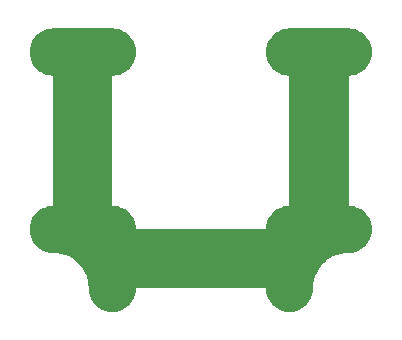
<source format=gbr>
%TF.GenerationSoftware,KiCad,Pcbnew,6.0.1-79c1e3a40b~116~ubuntu20.04.1*%
%TF.CreationDate,2022-01-30T13:40:48+01:00*%
%TF.ProjectId,pcb-connector-x3,7063622d-636f-46e6-9e65-63746f722d78,rev?*%
%TF.SameCoordinates,Original*%
%TF.FileFunction,Soldermask,Top*%
%TF.FilePolarity,Negative*%
%FSLAX46Y46*%
G04 Gerber Fmt 4.6, Leading zero omitted, Abs format (unit mm)*
G04 Created by KiCad (PCBNEW 6.0.1-79c1e3a40b~116~ubuntu20.04.1) date 2022-01-30 13:40:48*
%MOMM*%
%LPD*%
G01*
G04 APERTURE LIST*
%ADD10C,3.400000*%
G04 APERTURE END LIST*
%TO.C,J6*%
G36*
X145000000Y-95500000D02*
G01*
X142000000Y-95500000D01*
X142000000Y-89500000D01*
X145000000Y-89500000D01*
X145000000Y-95500000D01*
G37*
%TO.C,J5*%
G36*
X125000000Y-95500000D02*
G01*
X122000000Y-95500000D01*
X122000000Y-89500000D01*
X125000000Y-89500000D01*
X125000000Y-95500000D01*
G37*
%TO.C,J4*%
G36*
X135500000Y-105000000D02*
G01*
X129500000Y-105000000D01*
X129500000Y-102000000D01*
X135500000Y-102000000D01*
X135500000Y-105000000D01*
G37*
%TO.C,J3*%
G36*
X143000000Y-95500000D02*
G01*
X140000000Y-95500000D01*
X140000000Y-89500000D01*
X143000000Y-89500000D01*
X143000000Y-95500000D01*
G37*
%TO.C,J2*%
G36*
X123000000Y-95500000D02*
G01*
X120000000Y-95500000D01*
X120000000Y-89500000D01*
X123000000Y-89500000D01*
X123000000Y-95500000D01*
G37*
%TO.C,J1*%
G36*
X135500000Y-103000000D02*
G01*
X129500000Y-103000000D01*
X129500000Y-100000000D01*
X135500000Y-100000000D01*
X135500000Y-103000000D01*
G37*
%TD*%
D10*
%TO.C,H10*%
X140000000Y-85000000D03*
%TD*%
%TO.C,H9*%
X125000000Y-105000000D03*
%TD*%
%TO.C,H8*%
X120000000Y-85000000D03*
%TD*%
%TO.C,H7*%
X125000000Y-100000000D03*
%TD*%
%TO.C,H6*%
X145000000Y-100000000D03*
%TD*%
%TO.C,H5*%
X120000000Y-100000000D03*
%TD*%
%TO.C,H4*%
X140000000Y-105000000D03*
%TD*%
%TO.C,H3*%
X145000000Y-85000000D03*
%TD*%
%TO.C,H2*%
X125000000Y-85000000D03*
%TD*%
%TO.C,H1*%
X140000000Y-100000000D03*
%TD*%
G36*
X125004487Y-83000321D02*
G01*
X125275645Y-83019714D01*
X125293440Y-83022273D01*
X125554654Y-83079097D01*
X125571903Y-83084161D01*
X125822386Y-83177586D01*
X125838740Y-83185055D01*
X126073375Y-83313176D01*
X126088498Y-83322895D01*
X126302510Y-83483103D01*
X126316096Y-83494876D01*
X126505124Y-83683904D01*
X126516897Y-83697490D01*
X126677105Y-83911502D01*
X126686824Y-83926625D01*
X126814945Y-84161260D01*
X126822414Y-84177614D01*
X126915839Y-84428097D01*
X126920903Y-84445346D01*
X126977727Y-84706560D01*
X126980286Y-84724355D01*
X126999357Y-84991012D01*
X126999357Y-85008988D01*
X126980286Y-85275645D01*
X126977727Y-85293440D01*
X126920903Y-85554654D01*
X126915839Y-85571903D01*
X126822414Y-85822386D01*
X126814945Y-85838740D01*
X126686824Y-86073375D01*
X126677105Y-86088498D01*
X126516897Y-86302510D01*
X126505124Y-86316096D01*
X126316096Y-86505124D01*
X126302510Y-86516897D01*
X126088498Y-86677105D01*
X126073375Y-86686824D01*
X125838740Y-86814945D01*
X125822386Y-86822414D01*
X125571903Y-86915839D01*
X125554654Y-86920903D01*
X125293440Y-86977727D01*
X125275645Y-86980286D01*
X125018068Y-86998708D01*
X125003187Y-87004258D01*
X125000656Y-87007640D01*
X125000000Y-87011274D01*
X125000000Y-97981885D01*
X125004475Y-97997124D01*
X125007669Y-97999892D01*
X125011245Y-98000804D01*
X125275645Y-98019714D01*
X125293440Y-98022273D01*
X125554654Y-98079097D01*
X125571903Y-98084161D01*
X125822386Y-98177586D01*
X125838740Y-98185055D01*
X126073375Y-98313176D01*
X126088498Y-98322895D01*
X126302510Y-98483103D01*
X126316096Y-98494876D01*
X126505124Y-98683904D01*
X126516897Y-98697490D01*
X126677105Y-98911502D01*
X126686824Y-98926625D01*
X126814945Y-99161260D01*
X126822414Y-99177614D01*
X126915839Y-99428097D01*
X126920903Y-99445346D01*
X126977727Y-99706560D01*
X126980286Y-99724355D01*
X126998708Y-99981932D01*
X127004258Y-99996813D01*
X127007640Y-99999344D01*
X127011274Y-100000000D01*
X137981885Y-100000000D01*
X137997124Y-99995525D01*
X137999892Y-99992331D01*
X138000804Y-99988755D01*
X138019714Y-99724355D01*
X138022273Y-99706560D01*
X138079097Y-99445346D01*
X138084161Y-99428097D01*
X138177586Y-99177614D01*
X138185055Y-99161260D01*
X138313176Y-98926625D01*
X138322895Y-98911502D01*
X138483103Y-98697490D01*
X138494876Y-98683904D01*
X138683904Y-98494876D01*
X138697490Y-98483103D01*
X138911502Y-98322895D01*
X138926625Y-98313176D01*
X139161260Y-98185055D01*
X139177614Y-98177586D01*
X139428097Y-98084161D01*
X139445346Y-98079097D01*
X139706560Y-98022273D01*
X139724355Y-98019714D01*
X139981932Y-98001292D01*
X139996813Y-97995742D01*
X139999344Y-97992360D01*
X140000000Y-97988726D01*
X140000000Y-87018115D01*
X139995525Y-87002876D01*
X139992331Y-87000108D01*
X139988755Y-86999196D01*
X139724355Y-86980286D01*
X139706560Y-86977727D01*
X139445346Y-86920903D01*
X139428097Y-86915839D01*
X139177614Y-86822414D01*
X139161260Y-86814945D01*
X138926625Y-86686824D01*
X138911502Y-86677105D01*
X138697490Y-86516897D01*
X138683904Y-86505124D01*
X138494876Y-86316096D01*
X138483103Y-86302510D01*
X138322895Y-86088498D01*
X138313176Y-86073375D01*
X138185055Y-85838740D01*
X138177586Y-85822386D01*
X138084161Y-85571903D01*
X138079097Y-85554654D01*
X138022273Y-85293440D01*
X138019714Y-85275645D01*
X138000643Y-85008988D01*
X138000643Y-84991012D01*
X138019714Y-84724355D01*
X138022273Y-84706560D01*
X138079097Y-84445346D01*
X138084161Y-84428097D01*
X138177586Y-84177614D01*
X138185055Y-84161260D01*
X138313176Y-83926625D01*
X138322895Y-83911502D01*
X138483103Y-83697490D01*
X138494876Y-83683904D01*
X138683904Y-83494876D01*
X138697490Y-83483103D01*
X138911502Y-83322895D01*
X138926625Y-83313176D01*
X139161260Y-83185055D01*
X139177614Y-83177586D01*
X139428097Y-83084161D01*
X139445346Y-83079097D01*
X139706560Y-83022273D01*
X139724355Y-83019714D01*
X139995513Y-83000321D01*
X140004501Y-83000000D01*
X144995499Y-83000000D01*
X145004487Y-83000321D01*
X145275645Y-83019714D01*
X145293440Y-83022273D01*
X145554654Y-83079097D01*
X145571903Y-83084161D01*
X145822386Y-83177586D01*
X145838740Y-83185055D01*
X146073375Y-83313176D01*
X146088498Y-83322895D01*
X146302510Y-83483103D01*
X146316096Y-83494876D01*
X146505124Y-83683904D01*
X146516897Y-83697490D01*
X146677105Y-83911502D01*
X146686824Y-83926625D01*
X146814945Y-84161260D01*
X146822414Y-84177614D01*
X146915839Y-84428097D01*
X146920903Y-84445346D01*
X146977727Y-84706560D01*
X146980286Y-84724355D01*
X146999357Y-84991012D01*
X146999357Y-85008988D01*
X146980286Y-85275645D01*
X146977727Y-85293440D01*
X146920903Y-85554654D01*
X146915839Y-85571903D01*
X146822414Y-85822386D01*
X146814945Y-85838740D01*
X146686824Y-86073375D01*
X146677105Y-86088498D01*
X146516897Y-86302510D01*
X146505124Y-86316096D01*
X146316096Y-86505124D01*
X146302510Y-86516897D01*
X146088498Y-86677105D01*
X146073375Y-86686824D01*
X145838740Y-86814945D01*
X145822386Y-86822414D01*
X145571903Y-86915839D01*
X145554654Y-86920903D01*
X145293440Y-86977727D01*
X145275645Y-86980286D01*
X145018068Y-86998708D01*
X145003187Y-87004258D01*
X145000656Y-87007640D01*
X145000000Y-87011274D01*
X145000000Y-97981885D01*
X145004475Y-97997124D01*
X145007669Y-97999892D01*
X145011245Y-98000804D01*
X145275645Y-98019714D01*
X145293440Y-98022273D01*
X145554654Y-98079097D01*
X145571903Y-98084161D01*
X145822386Y-98177586D01*
X145838740Y-98185055D01*
X146073375Y-98313176D01*
X146088498Y-98322895D01*
X146302510Y-98483103D01*
X146316096Y-98494876D01*
X146505124Y-98683904D01*
X146516897Y-98697490D01*
X146677105Y-98911502D01*
X146686824Y-98926625D01*
X146814945Y-99161260D01*
X146822414Y-99177614D01*
X146915839Y-99428097D01*
X146920903Y-99445346D01*
X146977727Y-99706560D01*
X146980286Y-99724355D01*
X146999357Y-99991012D01*
X146999357Y-100008988D01*
X146980286Y-100275645D01*
X146977727Y-100293440D01*
X146920903Y-100554654D01*
X146915839Y-100571903D01*
X146822414Y-100822386D01*
X146814945Y-100838740D01*
X146686824Y-101073375D01*
X146677105Y-101088498D01*
X146516897Y-101302510D01*
X146505124Y-101316096D01*
X146316096Y-101505124D01*
X146302510Y-101516897D01*
X146088498Y-101677105D01*
X146073375Y-101686824D01*
X145838740Y-101814945D01*
X145822386Y-101822414D01*
X145571903Y-101915839D01*
X145554654Y-101920903D01*
X145293440Y-101977727D01*
X145275645Y-101980286D01*
X145000972Y-101999930D01*
X144999049Y-102000053D01*
X144667636Y-102018665D01*
X144660623Y-102019455D01*
X144335916Y-102074625D01*
X144329047Y-102076193D01*
X144012561Y-102167371D01*
X144005894Y-102169704D01*
X143701617Y-102295739D01*
X143695253Y-102298804D01*
X143406993Y-102458120D01*
X143401022Y-102461872D01*
X143132419Y-102652457D01*
X143126894Y-102656863D01*
X142881304Y-102876335D01*
X142876335Y-102881304D01*
X142656863Y-103126894D01*
X142652457Y-103132419D01*
X142461872Y-103401022D01*
X142458120Y-103406993D01*
X142298804Y-103695253D01*
X142295739Y-103701617D01*
X142169704Y-104005894D01*
X142167371Y-104012561D01*
X142076193Y-104329047D01*
X142074625Y-104335916D01*
X142019455Y-104660623D01*
X142018665Y-104667636D01*
X142000053Y-104999049D01*
X141999930Y-105000972D01*
X141980286Y-105275645D01*
X141977727Y-105293440D01*
X141920903Y-105554654D01*
X141915839Y-105571903D01*
X141822414Y-105822386D01*
X141814945Y-105838740D01*
X141686824Y-106073375D01*
X141677105Y-106088498D01*
X141516897Y-106302510D01*
X141505124Y-106316096D01*
X141316096Y-106505124D01*
X141302510Y-106516897D01*
X141088498Y-106677105D01*
X141073375Y-106686824D01*
X140838740Y-106814945D01*
X140822386Y-106822414D01*
X140571903Y-106915839D01*
X140554654Y-106920903D01*
X140293440Y-106977727D01*
X140275645Y-106980286D01*
X140008988Y-106999357D01*
X139991012Y-106999357D01*
X139724355Y-106980286D01*
X139706560Y-106977727D01*
X139445346Y-106920903D01*
X139428097Y-106915839D01*
X139177614Y-106822414D01*
X139161260Y-106814945D01*
X138926625Y-106686824D01*
X138911502Y-106677105D01*
X138697490Y-106516897D01*
X138683904Y-106505124D01*
X138494876Y-106316096D01*
X138483103Y-106302510D01*
X138322895Y-106088498D01*
X138313176Y-106073375D01*
X138185055Y-105838740D01*
X138177586Y-105822386D01*
X138084161Y-105571903D01*
X138079097Y-105554654D01*
X138022273Y-105293440D01*
X138019714Y-105275645D01*
X138001292Y-105018068D01*
X137995742Y-105003187D01*
X137992360Y-105000656D01*
X137988726Y-105000000D01*
X127018115Y-105000000D01*
X127002876Y-105004475D01*
X127000108Y-105007669D01*
X126999196Y-105011245D01*
X126980286Y-105275645D01*
X126977727Y-105293440D01*
X126920903Y-105554654D01*
X126915839Y-105571903D01*
X126822414Y-105822386D01*
X126814945Y-105838740D01*
X126686824Y-106073375D01*
X126677105Y-106088498D01*
X126516897Y-106302510D01*
X126505124Y-106316096D01*
X126316096Y-106505124D01*
X126302510Y-106516897D01*
X126088498Y-106677105D01*
X126073375Y-106686824D01*
X125838740Y-106814945D01*
X125822386Y-106822414D01*
X125571903Y-106915839D01*
X125554654Y-106920903D01*
X125293440Y-106977727D01*
X125275645Y-106980286D01*
X125008988Y-106999357D01*
X124991012Y-106999357D01*
X124724355Y-106980286D01*
X124706560Y-106977727D01*
X124445346Y-106920903D01*
X124428097Y-106915839D01*
X124177614Y-106822414D01*
X124161260Y-106814945D01*
X123926625Y-106686824D01*
X123911502Y-106677105D01*
X123697490Y-106516897D01*
X123683904Y-106505124D01*
X123494876Y-106316096D01*
X123483103Y-106302510D01*
X123322895Y-106088498D01*
X123313176Y-106073375D01*
X123185055Y-105838740D01*
X123177586Y-105822386D01*
X123084161Y-105571903D01*
X123079097Y-105554654D01*
X123022273Y-105293440D01*
X123019714Y-105275645D01*
X123000070Y-105000972D01*
X122999947Y-104999049D01*
X122981335Y-104667636D01*
X122980545Y-104660623D01*
X122925375Y-104335916D01*
X122923807Y-104329047D01*
X122832629Y-104012561D01*
X122830296Y-104005894D01*
X122704261Y-103701617D01*
X122701196Y-103695253D01*
X122541880Y-103406993D01*
X122538128Y-103401022D01*
X122347543Y-103132419D01*
X122343137Y-103126894D01*
X122123665Y-102881304D01*
X122118696Y-102876335D01*
X121873106Y-102656863D01*
X121867581Y-102652457D01*
X121598978Y-102461872D01*
X121593007Y-102458120D01*
X121304747Y-102298804D01*
X121298383Y-102295739D01*
X120994106Y-102169704D01*
X120987439Y-102167371D01*
X120670953Y-102076193D01*
X120664084Y-102074625D01*
X120339377Y-102019455D01*
X120332364Y-102018665D01*
X120000951Y-102000053D01*
X119999028Y-101999930D01*
X119724355Y-101980286D01*
X119706560Y-101977727D01*
X119445346Y-101920903D01*
X119428097Y-101915839D01*
X119177614Y-101822414D01*
X119161260Y-101814945D01*
X118926625Y-101686824D01*
X118911502Y-101677105D01*
X118697490Y-101516897D01*
X118683904Y-101505124D01*
X118494876Y-101316096D01*
X118483103Y-101302510D01*
X118322895Y-101088498D01*
X118313176Y-101073375D01*
X118185055Y-100838740D01*
X118177586Y-100822386D01*
X118084161Y-100571903D01*
X118079097Y-100554654D01*
X118022273Y-100293440D01*
X118019714Y-100275645D01*
X118000643Y-100008988D01*
X118000643Y-99991012D01*
X118019714Y-99724355D01*
X118022273Y-99706560D01*
X118079097Y-99445346D01*
X118084161Y-99428097D01*
X118177586Y-99177614D01*
X118185055Y-99161260D01*
X118313176Y-98926625D01*
X118322895Y-98911502D01*
X118483103Y-98697490D01*
X118494876Y-98683904D01*
X118683904Y-98494876D01*
X118697490Y-98483103D01*
X118911502Y-98322895D01*
X118926625Y-98313176D01*
X119161260Y-98185055D01*
X119177614Y-98177586D01*
X119428097Y-98084161D01*
X119445346Y-98079097D01*
X119706560Y-98022273D01*
X119724355Y-98019714D01*
X119981932Y-98001292D01*
X119996813Y-97995742D01*
X119999344Y-97992360D01*
X120000000Y-97988726D01*
X120000000Y-87018115D01*
X119995525Y-87002876D01*
X119992331Y-87000108D01*
X119988755Y-86999196D01*
X119724355Y-86980286D01*
X119706560Y-86977727D01*
X119445346Y-86920903D01*
X119428097Y-86915839D01*
X119177614Y-86822414D01*
X119161260Y-86814945D01*
X118926625Y-86686824D01*
X118911502Y-86677105D01*
X118697490Y-86516897D01*
X118683904Y-86505124D01*
X118494876Y-86316096D01*
X118483103Y-86302510D01*
X118322895Y-86088498D01*
X118313176Y-86073375D01*
X118185055Y-85838740D01*
X118177586Y-85822386D01*
X118084161Y-85571903D01*
X118079097Y-85554654D01*
X118022273Y-85293440D01*
X118019714Y-85275645D01*
X118000643Y-85008988D01*
X118000643Y-84991012D01*
X118019714Y-84724355D01*
X118022273Y-84706560D01*
X118079097Y-84445346D01*
X118084161Y-84428097D01*
X118177586Y-84177614D01*
X118185055Y-84161260D01*
X118313176Y-83926625D01*
X118322895Y-83911502D01*
X118483103Y-83697490D01*
X118494876Y-83683904D01*
X118683904Y-83494876D01*
X118697490Y-83483103D01*
X118911502Y-83322895D01*
X118926625Y-83313176D01*
X119161260Y-83185055D01*
X119177614Y-83177586D01*
X119428097Y-83084161D01*
X119445346Y-83079097D01*
X119706560Y-83022273D01*
X119724355Y-83019714D01*
X119995513Y-83000321D01*
X120004501Y-83000000D01*
X124995499Y-83000000D01*
X125004487Y-83000321D01*
G37*
M02*

</source>
